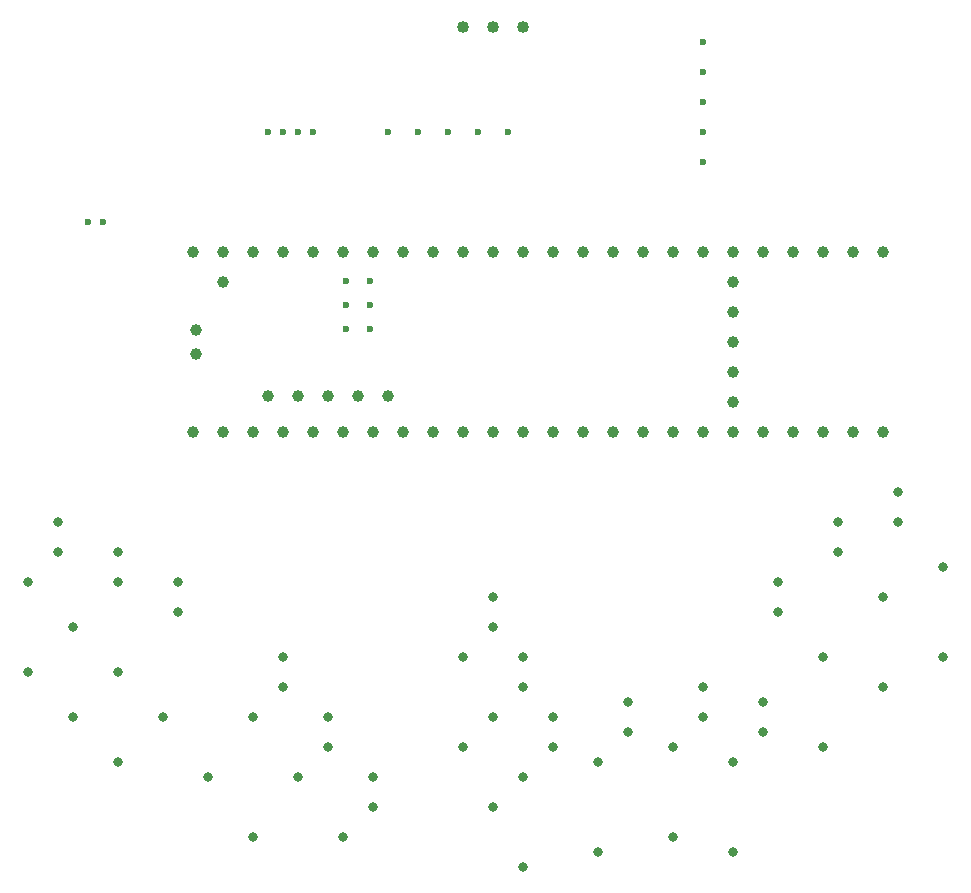
<source format=gbr>
%TF.GenerationSoftware,Altium Limited,Altium Designer,23.10.1 (27)*%
G04 Layer_Color=0*
%FSLAX45Y45*%
%MOMM*%
%TF.SameCoordinates,F86A89F4-389E-4F6C-A475-7AF67203D636*%
%TF.FilePolarity,Positive*%
%TF.FileFunction,Plated,1,2,PTH,Drill*%
%TF.Part,Single*%
G01*
G75*
%TA.AperFunction,ComponentDrill*%
%ADD26C,0.81280*%
%ADD27C,0.59995*%
%ADD28C,1.01600*%
%ADD29C,0.59995*%
%ADD30C,1.00000*%
%ADD31C,1.00000*%
%ADD32C,0.81280*%
D26*
X1143000Y2667000D02*
D03*
Y2921000D02*
D03*
X5207000Y381000D02*
D03*
Y1143000D02*
D03*
X2921000Y1524000D02*
D03*
Y1270000D02*
D03*
X1143000Y1905000D02*
D03*
Y1143000D02*
D03*
X6350000D02*
D03*
Y381000D02*
D03*
X4064000Y2032000D02*
D03*
Y1270000D02*
D03*
X762000Y2286000D02*
D03*
Y1524000D02*
D03*
X5842000Y1270000D02*
D03*
Y508000D02*
D03*
X381000Y2667000D02*
D03*
Y1905000D02*
D03*
X8128000Y2794000D02*
D03*
Y2032000D02*
D03*
X7620000Y2540000D02*
D03*
Y1778000D02*
D03*
X4572000Y1016000D02*
D03*
Y254000D02*
D03*
X7112000Y2032000D02*
D03*
Y1270000D02*
D03*
X4318000Y1524000D02*
D03*
Y762000D02*
D03*
X6731000Y2413000D02*
D03*
Y2667000D02*
D03*
X4572000Y1778000D02*
D03*
Y2032000D02*
D03*
X1651000Y2413000D02*
D03*
Y2667000D02*
D03*
X6604000Y1397000D02*
D03*
Y1651000D02*
D03*
X4318000Y2286000D02*
D03*
Y2540000D02*
D03*
X6096000Y1524000D02*
D03*
Y1778000D02*
D03*
X3302000Y762000D02*
D03*
Y1016000D02*
D03*
X7747000Y3175000D02*
D03*
Y3429000D02*
D03*
X5461000Y1397000D02*
D03*
Y1651000D02*
D03*
X7239000Y2921000D02*
D03*
Y3175000D02*
D03*
X4826000Y1270000D02*
D03*
Y1524000D02*
D03*
X2540000Y1778000D02*
D03*
Y2032000D02*
D03*
X635000Y2921000D02*
D03*
Y3175000D02*
D03*
D27*
X3429000Y6477000D02*
D03*
X3683000D02*
D03*
X3937000D02*
D03*
X4191000D02*
D03*
X4445000D02*
D03*
X2794000D02*
D03*
X2667000D02*
D03*
X2540000D02*
D03*
X2413000D02*
D03*
X1016000Y5715000D02*
D03*
X889000D02*
D03*
D28*
X4572000Y7366000D02*
D03*
X4318000D02*
D03*
X4064000D02*
D03*
D29*
X6096000Y6223000D02*
D03*
Y6477000D02*
D03*
Y6731000D02*
D03*
Y6985000D02*
D03*
Y7239000D02*
D03*
X3275000Y4810989D02*
D03*
Y5010988D02*
D03*
Y5210988D02*
D03*
X3075000Y4810989D02*
D03*
Y5010988D02*
D03*
Y5210988D02*
D03*
D30*
X1801012Y4599000D02*
D03*
Y4799000D02*
D03*
X5334000Y5461000D02*
D03*
X3302000Y3937000D02*
D03*
X6350000Y5207000D02*
D03*
Y4953000D02*
D03*
X1778000Y5461000D02*
D03*
X6350000Y4699000D02*
D03*
X1778000Y3937000D02*
D03*
D31*
X5588000D02*
D03*
X3429000Y4236999D02*
D03*
X3175000D02*
D03*
X2921000D02*
D03*
X2667000D02*
D03*
X2413000D02*
D03*
X7620000Y5461000D02*
D03*
X7366000D02*
D03*
X7112000D02*
D03*
X6858000D02*
D03*
X6604000D02*
D03*
X6350000D02*
D03*
X6096000D02*
D03*
X5842000D02*
D03*
X5588000D02*
D03*
X7620000Y3937000D02*
D03*
X7366000D02*
D03*
X7112000D02*
D03*
X6858000D02*
D03*
X6604000D02*
D03*
X6350000D02*
D03*
X6096000D02*
D03*
X5842000D02*
D03*
X5334000D02*
D03*
X2540000Y5461000D02*
D03*
X2794000D02*
D03*
X3048000D02*
D03*
X3302000D02*
D03*
X3556000D02*
D03*
X3810000D02*
D03*
X4064000D02*
D03*
X4318000D02*
D03*
X4572000D02*
D03*
X4826000D02*
D03*
X2032000Y5207000D02*
D03*
X4826000Y3937000D02*
D03*
X4572000D02*
D03*
X4318000D02*
D03*
X4064000D02*
D03*
X3810000D02*
D03*
X3556000D02*
D03*
X3048000D02*
D03*
X2794000D02*
D03*
X2540000D02*
D03*
X2286000D02*
D03*
X2032000D02*
D03*
X5080000D02*
D03*
Y5461000D02*
D03*
X6350000Y4191000D02*
D03*
Y4445000D02*
D03*
X2286000Y5461000D02*
D03*
X2032000D02*
D03*
D32*
X3048000Y508000D02*
D03*
X2286000D02*
D03*
X2667000Y1016000D02*
D03*
X1905000D02*
D03*
X2286000Y1524000D02*
D03*
X1524000D02*
D03*
%TF.MD5,b10f969d458cd52f52c61be545978cdf*%
M02*

</source>
